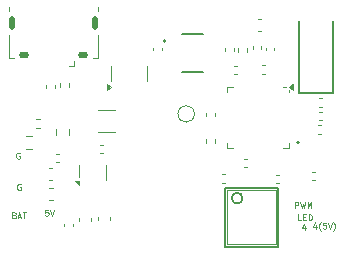
<source format=gto>
%TF.GenerationSoftware,KiCad,Pcbnew,8.0.6*%
%TF.CreationDate,2025-02-20T11:34:01+01:00*%
%TF.ProjectId,wled usermod,776c6564-2075-4736-9572-6d6f642e6b69,rev?*%
%TF.SameCoordinates,Original*%
%TF.FileFunction,Legend,Top*%
%TF.FilePolarity,Positive*%
%FSLAX46Y46*%
G04 Gerber Fmt 4.6, Leading zero omitted, Abs format (unit mm)*
G04 Created by KiCad (PCBNEW 8.0.6) date 2025-02-20 11:34:01*
%MOMM*%
%LPD*%
G01*
G04 APERTURE LIST*
%ADD10C,0.125000*%
%ADD11C,0.120000*%
%ADD12C,0.127000*%
%ADD13C,0.200000*%
%ADD14C,0.152400*%
%ADD15C,0.050800*%
%ADD16O,0.500000X1.150000*%
%ADD17O,0.850000X0.550000*%
G04 APERTURE END LIST*
D10*
X161459378Y-108522309D02*
X161221283Y-108522309D01*
X161221283Y-108522309D02*
X161221283Y-108022309D01*
X161626045Y-108260404D02*
X161792712Y-108260404D01*
X161864140Y-108522309D02*
X161626045Y-108522309D01*
X161626045Y-108522309D02*
X161626045Y-108022309D01*
X161626045Y-108022309D02*
X161864140Y-108022309D01*
X162078426Y-108522309D02*
X162078426Y-108022309D01*
X162078426Y-108022309D02*
X162197474Y-108022309D01*
X162197474Y-108022309D02*
X162268902Y-108046119D01*
X162268902Y-108046119D02*
X162316521Y-108093738D01*
X162316521Y-108093738D02*
X162340331Y-108141357D01*
X162340331Y-108141357D02*
X162364140Y-108236595D01*
X162364140Y-108236595D02*
X162364140Y-108308023D01*
X162364140Y-108308023D02*
X162340331Y-108403261D01*
X162340331Y-108403261D02*
X162316521Y-108450880D01*
X162316521Y-108450880D02*
X162268902Y-108498500D01*
X162268902Y-108498500D02*
X162197474Y-108522309D01*
X162197474Y-108522309D02*
X162078426Y-108522309D01*
X137613188Y-102826119D02*
X137565569Y-102802309D01*
X137565569Y-102802309D02*
X137494140Y-102802309D01*
X137494140Y-102802309D02*
X137422712Y-102826119D01*
X137422712Y-102826119D02*
X137375093Y-102873738D01*
X137375093Y-102873738D02*
X137351283Y-102921357D01*
X137351283Y-102921357D02*
X137327474Y-103016595D01*
X137327474Y-103016595D02*
X137327474Y-103088023D01*
X137327474Y-103088023D02*
X137351283Y-103183261D01*
X137351283Y-103183261D02*
X137375093Y-103230880D01*
X137375093Y-103230880D02*
X137422712Y-103278500D01*
X137422712Y-103278500D02*
X137494140Y-103302309D01*
X137494140Y-103302309D02*
X137541759Y-103302309D01*
X137541759Y-103302309D02*
X137613188Y-103278500D01*
X137613188Y-103278500D02*
X137636997Y-103254690D01*
X137636997Y-103254690D02*
X137636997Y-103088023D01*
X137636997Y-103088023D02*
X137541759Y-103088023D01*
X161775569Y-109028976D02*
X161775569Y-109362309D01*
X161656521Y-108838500D02*
X161537474Y-109195642D01*
X161537474Y-109195642D02*
X161846997Y-109195642D01*
X140039378Y-107632309D02*
X139801283Y-107632309D01*
X139801283Y-107632309D02*
X139777474Y-107870404D01*
X139777474Y-107870404D02*
X139801283Y-107846595D01*
X139801283Y-107846595D02*
X139848902Y-107822785D01*
X139848902Y-107822785D02*
X139967950Y-107822785D01*
X139967950Y-107822785D02*
X140015569Y-107846595D01*
X140015569Y-107846595D02*
X140039378Y-107870404D01*
X140039378Y-107870404D02*
X140063188Y-107918023D01*
X140063188Y-107918023D02*
X140063188Y-108037071D01*
X140063188Y-108037071D02*
X140039378Y-108084690D01*
X140039378Y-108084690D02*
X140015569Y-108108500D01*
X140015569Y-108108500D02*
X139967950Y-108132309D01*
X139967950Y-108132309D02*
X139848902Y-108132309D01*
X139848902Y-108132309D02*
X139801283Y-108108500D01*
X139801283Y-108108500D02*
X139777474Y-108084690D01*
X140206045Y-107632309D02*
X140372711Y-108132309D01*
X140372711Y-108132309D02*
X140539378Y-107632309D01*
X137693188Y-105486119D02*
X137645569Y-105462309D01*
X137645569Y-105462309D02*
X137574140Y-105462309D01*
X137574140Y-105462309D02*
X137502712Y-105486119D01*
X137502712Y-105486119D02*
X137455093Y-105533738D01*
X137455093Y-105533738D02*
X137431283Y-105581357D01*
X137431283Y-105581357D02*
X137407474Y-105676595D01*
X137407474Y-105676595D02*
X137407474Y-105748023D01*
X137407474Y-105748023D02*
X137431283Y-105843261D01*
X137431283Y-105843261D02*
X137455093Y-105890880D01*
X137455093Y-105890880D02*
X137502712Y-105938500D01*
X137502712Y-105938500D02*
X137574140Y-105962309D01*
X137574140Y-105962309D02*
X137621759Y-105962309D01*
X137621759Y-105962309D02*
X137693188Y-105938500D01*
X137693188Y-105938500D02*
X137716997Y-105914690D01*
X137716997Y-105914690D02*
X137716997Y-105748023D01*
X137716997Y-105748023D02*
X137621759Y-105748023D01*
X160921283Y-107472309D02*
X160921283Y-106972309D01*
X160921283Y-106972309D02*
X161111759Y-106972309D01*
X161111759Y-106972309D02*
X161159378Y-106996119D01*
X161159378Y-106996119D02*
X161183188Y-107019928D01*
X161183188Y-107019928D02*
X161206997Y-107067547D01*
X161206997Y-107067547D02*
X161206997Y-107138976D01*
X161206997Y-107138976D02*
X161183188Y-107186595D01*
X161183188Y-107186595D02*
X161159378Y-107210404D01*
X161159378Y-107210404D02*
X161111759Y-107234214D01*
X161111759Y-107234214D02*
X160921283Y-107234214D01*
X161373664Y-106972309D02*
X161492712Y-107472309D01*
X161492712Y-107472309D02*
X161587950Y-107115166D01*
X161587950Y-107115166D02*
X161683188Y-107472309D01*
X161683188Y-107472309D02*
X161802236Y-106972309D01*
X161992712Y-107472309D02*
X161992712Y-106972309D01*
X161992712Y-106972309D02*
X162159379Y-107329452D01*
X162159379Y-107329452D02*
X162326045Y-106972309D01*
X162326045Y-106972309D02*
X162326045Y-107472309D01*
X137177950Y-108090404D02*
X137249378Y-108114214D01*
X137249378Y-108114214D02*
X137273188Y-108138023D01*
X137273188Y-108138023D02*
X137296997Y-108185642D01*
X137296997Y-108185642D02*
X137296997Y-108257071D01*
X137296997Y-108257071D02*
X137273188Y-108304690D01*
X137273188Y-108304690D02*
X137249378Y-108328500D01*
X137249378Y-108328500D02*
X137201759Y-108352309D01*
X137201759Y-108352309D02*
X137011283Y-108352309D01*
X137011283Y-108352309D02*
X137011283Y-107852309D01*
X137011283Y-107852309D02*
X137177950Y-107852309D01*
X137177950Y-107852309D02*
X137225569Y-107876119D01*
X137225569Y-107876119D02*
X137249378Y-107899928D01*
X137249378Y-107899928D02*
X137273188Y-107947547D01*
X137273188Y-107947547D02*
X137273188Y-107995166D01*
X137273188Y-107995166D02*
X137249378Y-108042785D01*
X137249378Y-108042785D02*
X137225569Y-108066595D01*
X137225569Y-108066595D02*
X137177950Y-108090404D01*
X137177950Y-108090404D02*
X137011283Y-108090404D01*
X137487474Y-108209452D02*
X137725569Y-108209452D01*
X137439855Y-108352309D02*
X137606521Y-107852309D01*
X137606521Y-107852309D02*
X137773188Y-108352309D01*
X137868426Y-107852309D02*
X138154140Y-107852309D01*
X138011283Y-108352309D02*
X138011283Y-107852309D01*
X162715569Y-108898976D02*
X162715569Y-109232309D01*
X162596521Y-108708500D02*
X162477474Y-109065642D01*
X162477474Y-109065642D02*
X162786997Y-109065642D01*
X163120330Y-109422785D02*
X163096521Y-109398976D01*
X163096521Y-109398976D02*
X163048902Y-109327547D01*
X163048902Y-109327547D02*
X163025092Y-109279928D01*
X163025092Y-109279928D02*
X163001283Y-109208500D01*
X163001283Y-109208500D02*
X162977473Y-109089452D01*
X162977473Y-109089452D02*
X162977473Y-108994214D01*
X162977473Y-108994214D02*
X163001283Y-108875166D01*
X163001283Y-108875166D02*
X163025092Y-108803738D01*
X163025092Y-108803738D02*
X163048902Y-108756119D01*
X163048902Y-108756119D02*
X163096521Y-108684690D01*
X163096521Y-108684690D02*
X163120330Y-108660880D01*
X163548901Y-108732309D02*
X163310806Y-108732309D01*
X163310806Y-108732309D02*
X163286997Y-108970404D01*
X163286997Y-108970404D02*
X163310806Y-108946595D01*
X163310806Y-108946595D02*
X163358425Y-108922785D01*
X163358425Y-108922785D02*
X163477473Y-108922785D01*
X163477473Y-108922785D02*
X163525092Y-108946595D01*
X163525092Y-108946595D02*
X163548901Y-108970404D01*
X163548901Y-108970404D02*
X163572711Y-109018023D01*
X163572711Y-109018023D02*
X163572711Y-109137071D01*
X163572711Y-109137071D02*
X163548901Y-109184690D01*
X163548901Y-109184690D02*
X163525092Y-109208500D01*
X163525092Y-109208500D02*
X163477473Y-109232309D01*
X163477473Y-109232309D02*
X163358425Y-109232309D01*
X163358425Y-109232309D02*
X163310806Y-109208500D01*
X163310806Y-109208500D02*
X163286997Y-109184690D01*
X163715568Y-108732309D02*
X163882234Y-109232309D01*
X163882234Y-109232309D02*
X164048901Y-108732309D01*
X164167948Y-109422785D02*
X164191758Y-109398976D01*
X164191758Y-109398976D02*
X164239377Y-109327547D01*
X164239377Y-109327547D02*
X164263186Y-109279928D01*
X164263186Y-109279928D02*
X164286996Y-109208500D01*
X164286996Y-109208500D02*
X164310805Y-109089452D01*
X164310805Y-109089452D02*
X164310805Y-108994214D01*
X164310805Y-108994214D02*
X164286996Y-108875166D01*
X164286996Y-108875166D02*
X164263186Y-108803738D01*
X164263186Y-108803738D02*
X164239377Y-108756119D01*
X164239377Y-108756119D02*
X164191758Y-108684690D01*
X164191758Y-108684690D02*
X164167948Y-108660880D01*
D11*
%TO.C,C6*%
X144260000Y-108526267D02*
X144260000Y-108233733D01*
X145280000Y-108526267D02*
X145280000Y-108233733D01*
%TO.C,R5*%
X139880000Y-97370121D02*
X139880000Y-97034879D01*
X140640000Y-97370121D02*
X140640000Y-97034879D01*
%TO.C,C8*%
X141410000Y-109033335D02*
X141410000Y-108801665D01*
X142130000Y-109033335D02*
X142130000Y-108801665D01*
%TO.C,R4*%
X141060000Y-97277621D02*
X141060000Y-96942379D01*
X141820000Y-97277621D02*
X141820000Y-96942379D01*
D12*
%TO.C,U3*%
X151385000Y-92791000D02*
X153185000Y-92791000D01*
X151385000Y-95949000D02*
X153185000Y-95949000D01*
D13*
X149985000Y-93370000D02*
G75*
G02*
X149785000Y-93370000I-100000J0D01*
G01*
X149785000Y-93370000D02*
G75*
G02*
X149985000Y-93370000I100000J0D01*
G01*
D11*
%TO.C,C5*%
X144451665Y-102150000D02*
X144683335Y-102150000D01*
X144451665Y-102870000D02*
X144683335Y-102870000D01*
%TO.C,C21*%
X155008335Y-104630000D02*
X154776665Y-104630000D01*
X155008335Y-105350000D02*
X154776665Y-105350000D01*
%TO.C,R6*%
X156117500Y-93917379D02*
X156117500Y-94252621D01*
X156877500Y-93917379D02*
X156877500Y-94252621D01*
%TO.C,C2*%
X140373767Y-104100000D02*
X140081233Y-104100000D01*
X140373767Y-105120000D02*
X140081233Y-105120000D01*
D13*
%TO.C,Y1*%
X161300000Y-101940000D02*
G75*
G02*
X161100000Y-101940000I-100000J0D01*
G01*
X161100000Y-101940000D02*
G75*
G02*
X161300000Y-101940000I100000J0D01*
G01*
D11*
%TO.C,L2*%
X158457500Y-93914800D02*
X158457500Y-94115200D01*
X159177500Y-93914800D02*
X159177500Y-94115200D01*
%TO.C,C11*%
X163145835Y-100480000D02*
X162914165Y-100480000D01*
X163145835Y-101200000D02*
X162914165Y-101200000D01*
%TO.C,C16*%
X153405000Y-99660835D02*
X153405000Y-99429165D01*
X154125000Y-99660835D02*
X154125000Y-99429165D01*
%TO.C,R2*%
X140737500Y-100835276D02*
X140737500Y-101344724D01*
X141782500Y-100835276D02*
X141782500Y-101344724D01*
%TO.C,C12*%
X162618335Y-104420000D02*
X162386665Y-104420000D01*
X162618335Y-105140000D02*
X162386665Y-105140000D01*
%TO.C,C20*%
X156033335Y-95455000D02*
X155801665Y-95455000D01*
X156033335Y-96175000D02*
X155801665Y-96175000D01*
%TO.C,C15*%
X163215835Y-98190000D02*
X162984165Y-98190000D01*
X163215835Y-98910000D02*
X162984165Y-98910000D01*
D14*
%TO.C,IC1*%
X154967200Y-105765400D02*
X154967200Y-110794600D01*
X154967200Y-105765400D02*
X159532800Y-105765400D01*
D15*
X155195800Y-105994000D02*
X155195800Y-110566000D01*
X155195800Y-105994000D02*
X159304200Y-105994000D01*
X159304200Y-110566000D02*
X155195800Y-110566000D01*
X159304200Y-110566000D02*
X159304200Y-105994000D01*
D14*
X159532800Y-110794600D02*
X154967200Y-110794600D01*
X159532800Y-110794600D02*
X159532800Y-105765400D01*
X156488000Y-106654400D02*
G75*
G02*
X155573600Y-106654400I-457200J0D01*
G01*
X155573600Y-106654400D02*
G75*
G02*
X156488000Y-106654400I457200J0D01*
G01*
D11*
%TO.C,J1*%
X136710000Y-90850000D02*
X136710000Y-90450000D01*
X136710000Y-92820000D02*
X136710000Y-94800000D01*
X136710000Y-94800000D02*
X137130000Y-94800000D01*
X141780000Y-95480000D02*
X142230000Y-95480000D01*
X142230000Y-95030000D02*
X142230000Y-95480000D01*
X144230000Y-90450000D02*
X144230000Y-90850000D01*
X144230000Y-92820000D02*
X144230000Y-94800000D01*
X144230000Y-94800000D02*
X143810000Y-94800000D01*
%TO.C,C4*%
X144238748Y-99230000D02*
X145661252Y-99230000D01*
X144238748Y-101050000D02*
X145661252Y-101050000D01*
%TO.C,C19*%
X158383335Y-95395000D02*
X158151665Y-95395000D01*
X158383335Y-96115000D02*
X158151665Y-96115000D01*
%TO.C,TP1*%
X152420000Y-99520000D02*
G75*
G02*
X151020000Y-99520000I-700000J0D01*
G01*
X151020000Y-99520000D02*
G75*
G02*
X152420000Y-99520000I700000J0D01*
G01*
%TO.C,C10*%
X148915000Y-94145835D02*
X148915000Y-93914165D01*
X149635000Y-94145835D02*
X149635000Y-93914165D01*
%TO.C,C13*%
X156850835Y-103315000D02*
X156619165Y-103315000D01*
X156850835Y-104035000D02*
X156619165Y-104035000D01*
%TO.C,D1*%
X145320000Y-96107500D02*
X145320000Y-95457500D01*
X145320000Y-96107500D02*
X145320000Y-96757500D01*
X148440000Y-96107500D02*
X148440000Y-95457500D01*
X148440000Y-96107500D02*
X148440000Y-96757500D01*
X145370000Y-97270000D02*
X145040000Y-97510000D01*
X145040000Y-97030000D01*
X145370000Y-97270000D01*
G36*
X145370000Y-97270000D02*
G01*
X145040000Y-97510000D01*
X145040000Y-97030000D01*
X145370000Y-97270000D01*
G37*
%TO.C,C14*%
X163185835Y-99340000D02*
X162954165Y-99340000D01*
X163185835Y-100060000D02*
X162954165Y-100060000D01*
%TO.C,R3*%
X138682224Y-101407500D02*
X138172776Y-101407500D01*
X138682224Y-102452500D02*
X138172776Y-102452500D01*
%TO.C,U1*%
X142610000Y-103820000D02*
X142610000Y-104870000D01*
X144930000Y-103820000D02*
X144930000Y-105120000D01*
X142610000Y-105510000D02*
X142330000Y-105230000D01*
X142610000Y-105230000D01*
X142610000Y-105510000D01*
G36*
X142610000Y-105510000D02*
G01*
X142330000Y-105230000D01*
X142610000Y-105230000D01*
X142610000Y-105510000D01*
G37*
%TO.C,C1*%
X140416267Y-105775000D02*
X140123733Y-105775000D01*
X140416267Y-106795000D02*
X140123733Y-106795000D01*
%TO.C,C17*%
X158078767Y-91470000D02*
X157786233Y-91470000D01*
X158078767Y-92490000D02*
X157786233Y-92490000D01*
%TO.C,R1*%
X139002379Y-99920000D02*
X139337621Y-99920000D01*
X139002379Y-100680000D02*
X139337621Y-100680000D01*
%TO.C,R7*%
X153410000Y-101646359D02*
X153410000Y-101953641D01*
X154170000Y-101646359D02*
X154170000Y-101953641D01*
D13*
%TO.C,ANT1*%
X161250000Y-91640000D02*
X161250000Y-97715000D01*
X161250000Y-97715000D02*
X164150000Y-97715000D01*
X164150000Y-97715000D02*
X164150000Y-91640000D01*
D11*
%TO.C,C3*%
X140953335Y-102875000D02*
X140721665Y-102875000D01*
X140953335Y-103595000D02*
X140721665Y-103595000D01*
%TO.C,U2*%
X155200000Y-97230000D02*
X155675000Y-97230000D01*
X155200000Y-97705000D02*
X155200000Y-97230000D01*
X155200000Y-101975000D02*
X155200000Y-102450000D01*
X155200000Y-102450000D02*
X155675000Y-102450000D01*
X159945000Y-97230000D02*
X160180000Y-97230000D01*
X160420000Y-97705000D02*
X160420000Y-97530000D01*
X160420000Y-101975000D02*
X160420000Y-102450000D01*
X160420000Y-102450000D02*
X159945000Y-102450000D01*
X160750000Y-97470000D02*
X160420000Y-97230000D01*
X160750000Y-96990000D01*
X160750000Y-97470000D01*
G36*
X160750000Y-97470000D02*
G01*
X160420000Y-97230000D01*
X160750000Y-96990000D01*
X160750000Y-97470000D01*
G37*
%TO.C,C22*%
X159321665Y-104690000D02*
X159553335Y-104690000D01*
X159321665Y-105410000D02*
X159553335Y-105410000D01*
%TO.C,C9*%
X155012500Y-93936665D02*
X155012500Y-94168335D01*
X155732500Y-93936665D02*
X155732500Y-94168335D01*
%TO.C,C18*%
X157352500Y-93814165D02*
X157352500Y-94045835D01*
X158072500Y-93814165D02*
X158072500Y-94045835D01*
%TO.C,C7*%
X142610000Y-108601267D02*
X142610000Y-108308733D01*
X143630000Y-108601267D02*
X143630000Y-108308733D01*
%TD*%
D16*
X143970000Y-91840000D03*
D17*
X142970000Y-94540000D03*
X137970000Y-94540000D03*
D16*
X136970000Y-91840000D03*
M02*

</source>
